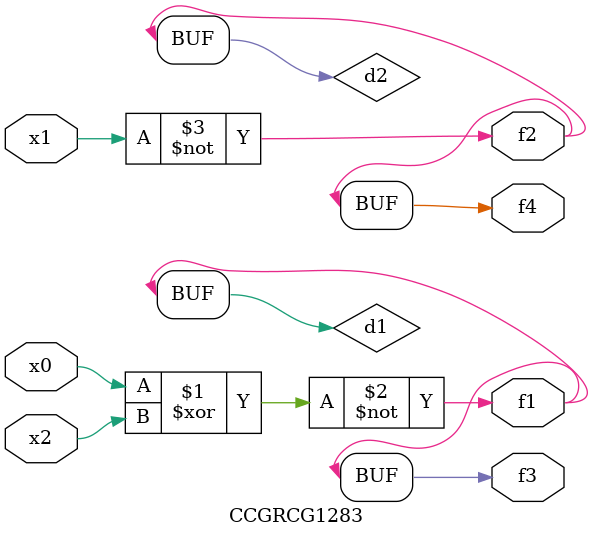
<source format=v>
module CCGRCG1283(
	input x0, x1, x2,
	output f1, f2, f3, f4
);

	wire d1, d2, d3;

	xnor (d1, x0, x2);
	nand (d2, x1);
	nor (d3, x1, x2);
	assign f1 = d1;
	assign f2 = d2;
	assign f3 = d1;
	assign f4 = d2;
endmodule

</source>
